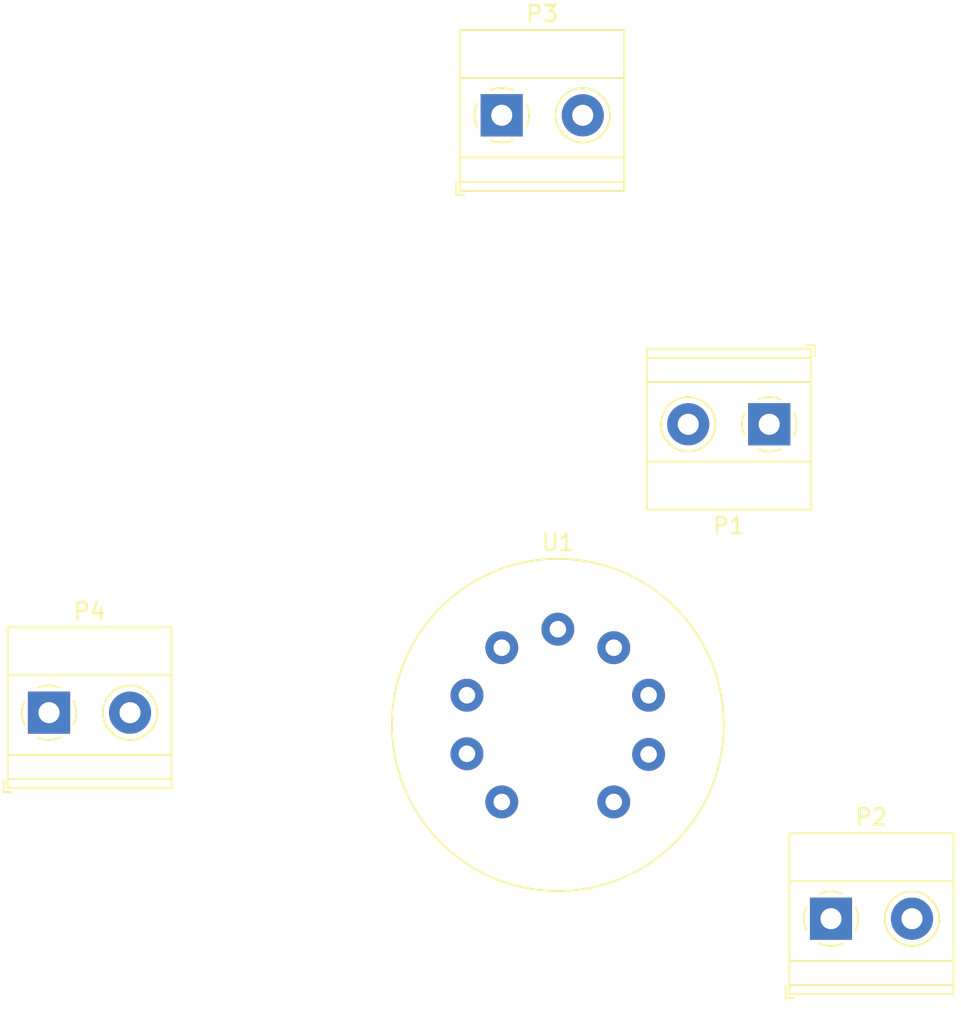
<source format=kicad_pcb>
(kicad_pcb (version 20171130) (host pcbnew 5.1.5-52549c5~84~ubuntu18.04.1)

  (general
    (thickness 1.6)
    (drawings 0)
    (tracks 0)
    (zones 0)
    (modules 5)
    (nets 7)
  )

  (page A4)
  (layers
    (0 F.Cu signal)
    (31 B.Cu signal)
    (32 B.Adhes user)
    (33 F.Adhes user)
    (34 B.Paste user)
    (35 F.Paste user)
    (36 B.SilkS user)
    (37 F.SilkS user)
    (38 B.Mask user)
    (39 F.Mask user)
    (40 Dwgs.User user)
    (41 Cmts.User user)
    (42 Eco1.User user)
    (43 Eco2.User user)
    (44 Edge.Cuts user)
    (45 Margin user)
    (46 B.CrtYd user)
    (47 F.CrtYd user)
    (48 B.Fab user)
    (49 F.Fab user)
  )

  (setup
    (last_trace_width 0.25)
    (trace_clearance 0.2)
    (zone_clearance 0.508)
    (zone_45_only no)
    (trace_min 0.2)
    (via_size 0.8)
    (via_drill 0.4)
    (via_min_size 0.4)
    (via_min_drill 0.3)
    (uvia_size 0.3)
    (uvia_drill 0.1)
    (uvias_allowed no)
    (uvia_min_size 0.2)
    (uvia_min_drill 0.1)
    (edge_width 0.381)
    (segment_width 0.381)
    (pcb_text_width 0.3048)
    (pcb_text_size 1.524 2.032)
    (mod_edge_width 0.381)
    (mod_text_size 1.524 1.524)
    (mod_text_width 0.3048)
    (pad_size 1.524 1.524)
    (pad_drill 0.762)
    (pad_to_mask_clearance 0.1)
    (aux_axis_origin 0 0)
    (visible_elements FFFFFF7F)
    (pcbplotparams
      (layerselection 0x010fc_ffffffff)
      (usegerberextensions false)
      (usegerberattributes false)
      (usegerberadvancedattributes false)
      (creategerberjobfile false)
      (excludeedgelayer true)
      (linewidth 0.100000)
      (plotframeref false)
      (viasonmask false)
      (mode 1)
      (useauxorigin false)
      (hpglpennumber 1)
      (hpglpenspeed 20)
      (hpglpendiameter 15.000000)
      (psnegative false)
      (psa4output false)
      (plotreference true)
      (plotvalue true)
      (plotinvisibletext false)
      (padsonsilk false)
      (subtractmaskfromsilk false)
      (outputformat 1)
      (mirror false)
      (drillshape 1)
      (scaleselection 1)
      (outputdirectory ""))
  )

  (net 0 "")
  (net 1 "Net-(P1-Pad2)")
  (net 2 GND)
  (net 3 "Net-(C1-Pad1)")
  (net 4 "Net-(P4-Pad2)")
  (net 5 "Net-(P4-Pad1)")
  (net 6 "Net-(R1-Pad1)")

  (net_class Default "This is the default net class."
    (clearance 0.2)
    (trace_width 0.25)
    (via_dia 0.8)
    (via_drill 0.4)
    (uvia_dia 0.3)
    (uvia_drill 0.1)
    (add_net GND)
    (add_net "Net-(C1-Pad1)")
    (add_net "Net-(C2-Pad1)")
    (add_net "Net-(C2-Pad2)")
    (add_net "Net-(P1-Pad2)")
    (add_net "Net-(P4-Pad1)")
    (add_net "Net-(P4-Pad2)")
    (add_net "Net-(R1-Pad1)")
    (add_net "Net-(R2-Pad1)")
  )

  (module Valve:Valve_ECC-83-1 (layer F.Cu) (tedit 5A030096) (tstamp 5E34749C)
    (at 154.234067 128.694067)
    (descr "Valve ECC-83-1 round pins")
    (tags "Valve ECC-83-1 round pins")
    (path /48B4F266)
    (fp_text reference U1 (at -3.45 -16) (layer F.SilkS)
      (effects (font (size 1 1) (thickness 0.15)))
    )
    (fp_text value ECC83 (at -3.45 6.68) (layer F.Fab)
      (effects (font (size 1 1) (thickness 0.15)))
    )
    (fp_circle (center -3.45 -4.75) (end 6.71 -3.48) (layer F.SilkS) (width 0.12))
    (fp_circle (center -3.45 -4.75) (end -3.45 -14.75) (layer F.Fab) (width 0.1))
    (fp_circle (center -3.45 -4.75) (end -3.45 -15) (layer F.CrtYd) (width 0.05))
    (fp_text user %R (at -3.45 -4.75) (layer F.Fab)
      (effects (font (size 1 1) (thickness 0.15)))
    )
    (pad 9 thru_hole circle (at -6.91 0) (size 2.03 2.03) (drill 1.02) (layers *.Cu *.Mask)
      (net 5 "Net-(P4-Pad1)"))
    (pad 8 thru_hole circle (at -9.06 -2.97) (size 2.03 2.03) (drill 1.02) (layers *.Cu *.Mask))
    (pad 7 thru_hole circle (at -9.06 -6.58) (size 2.03 2.03) (drill 1.02) (layers *.Cu *.Mask)
      (net 6 "Net-(R1-Pad1)"))
    (pad 6 thru_hole circle (at -6.91 -9.51) (size 2.03 2.03) (drill 1.02) (layers *.Cu *.Mask)
      (net 3 "Net-(C1-Pad1)"))
    (pad 5 thru_hole circle (at -3.45 -10.65) (size 2.03 2.03) (drill 1.02) (layers *.Cu *.Mask)
      (net 4 "Net-(P4-Pad2)"))
    (pad 4 thru_hole circle (at 0 -9.51) (size 2.03 2.03) (drill 1.02) (layers *.Cu *.Mask)
      (net 4 "Net-(P4-Pad2)"))
    (pad 3 thru_hole circle (at 2.15 -6.58) (size 2.03 2.03) (drill 1.02) (layers *.Cu *.Mask))
    (pad 2 thru_hole circle (at 2.15 -2.93) (size 2.03 2.03) (drill 1.02) (layers *.Cu *.Mask)
      (net 1 "Net-(P1-Pad2)"))
    (pad 1 thru_hole circle (at 0 0) (size 2.03 2.03) (drill 1.02) (layers *.Cu *.Mask)
      (net 6 "Net-(R1-Pad1)"))
    (model ${KISYS3DMOD}/Valve.3dshapes/Valve_ECC-83-1.wrl
      (at (xyz 0 0 0))
      (scale (xyz 1 1 1))
      (rotate (xyz 0 0 0))
    )
  )

  (module TerminalBlock_Phoenix:TerminalBlock_Phoenix_MKDS-1,5-2_1x02_P5.00mm_Horizontal (layer F.Cu) (tedit 5B294EE5) (tstamp 5E34748B)
    (at 119.38 123.19)
    (descr "Terminal Block Phoenix MKDS-1,5-2, 2 pins, pitch 5mm, size 10x9.8mm^2, drill diamater 1.3mm, pad diameter 2.6mm, see http://www.farnell.com/datasheets/100425.pdf, script-generated using https://github.com/pointhi/kicad-footprint-generator/scripts/TerminalBlock_Phoenix")
    (tags "THT Terminal Block Phoenix MKDS-1,5-2 pitch 5mm size 10x9.8mm^2 drill 1.3mm pad 2.6mm")
    (path /456A8ACC)
    (fp_text reference P4 (at 2.5 -6.26) (layer F.SilkS)
      (effects (font (size 1 1) (thickness 0.15)))
    )
    (fp_text value CONN_2 (at 2.5 5.66) (layer F.Fab)
      (effects (font (size 1 1) (thickness 0.15)))
    )
    (fp_text user %R (at 2.5 3.2) (layer F.Fab)
      (effects (font (size 1 1) (thickness 0.15)))
    )
    (fp_line (start 8 -5.71) (end -3 -5.71) (layer F.CrtYd) (width 0.05))
    (fp_line (start 8 5.1) (end 8 -5.71) (layer F.CrtYd) (width 0.05))
    (fp_line (start -3 5.1) (end 8 5.1) (layer F.CrtYd) (width 0.05))
    (fp_line (start -3 -5.71) (end -3 5.1) (layer F.CrtYd) (width 0.05))
    (fp_line (start -2.8 4.9) (end -2.3 4.9) (layer F.SilkS) (width 0.12))
    (fp_line (start -2.8 4.16) (end -2.8 4.9) (layer F.SilkS) (width 0.12))
    (fp_line (start 3.773 1.023) (end 3.726 1.069) (layer F.SilkS) (width 0.12))
    (fp_line (start 6.07 -1.275) (end 6.035 -1.239) (layer F.SilkS) (width 0.12))
    (fp_line (start 3.966 1.239) (end 3.931 1.274) (layer F.SilkS) (width 0.12))
    (fp_line (start 6.275 -1.069) (end 6.228 -1.023) (layer F.SilkS) (width 0.12))
    (fp_line (start 5.955 -1.138) (end 3.863 0.955) (layer F.Fab) (width 0.1))
    (fp_line (start 6.138 -0.955) (end 4.046 1.138) (layer F.Fab) (width 0.1))
    (fp_line (start 0.955 -1.138) (end -1.138 0.955) (layer F.Fab) (width 0.1))
    (fp_line (start 1.138 -0.955) (end -0.955 1.138) (layer F.Fab) (width 0.1))
    (fp_line (start 7.56 -5.261) (end 7.56 4.66) (layer F.SilkS) (width 0.12))
    (fp_line (start -2.56 -5.261) (end -2.56 4.66) (layer F.SilkS) (width 0.12))
    (fp_line (start -2.56 4.66) (end 7.56 4.66) (layer F.SilkS) (width 0.12))
    (fp_line (start -2.56 -5.261) (end 7.56 -5.261) (layer F.SilkS) (width 0.12))
    (fp_line (start -2.56 -2.301) (end 7.56 -2.301) (layer F.SilkS) (width 0.12))
    (fp_line (start -2.5 -2.3) (end 7.5 -2.3) (layer F.Fab) (width 0.1))
    (fp_line (start -2.56 2.6) (end 7.56 2.6) (layer F.SilkS) (width 0.12))
    (fp_line (start -2.5 2.6) (end 7.5 2.6) (layer F.Fab) (width 0.1))
    (fp_line (start -2.56 4.1) (end 7.56 4.1) (layer F.SilkS) (width 0.12))
    (fp_line (start -2.5 4.1) (end 7.5 4.1) (layer F.Fab) (width 0.1))
    (fp_line (start -2.5 4.1) (end -2.5 -5.2) (layer F.Fab) (width 0.1))
    (fp_line (start -2 4.6) (end -2.5 4.1) (layer F.Fab) (width 0.1))
    (fp_line (start 7.5 4.6) (end -2 4.6) (layer F.Fab) (width 0.1))
    (fp_line (start 7.5 -5.2) (end 7.5 4.6) (layer F.Fab) (width 0.1))
    (fp_line (start -2.5 -5.2) (end 7.5 -5.2) (layer F.Fab) (width 0.1))
    (fp_circle (center 5 0) (end 6.68 0) (layer F.SilkS) (width 0.12))
    (fp_circle (center 5 0) (end 6.5 0) (layer F.Fab) (width 0.1))
    (fp_circle (center 0 0) (end 1.5 0) (layer F.Fab) (width 0.1))
    (fp_arc (start 0 0) (end -0.684 1.535) (angle -25) (layer F.SilkS) (width 0.12))
    (fp_arc (start 0 0) (end -1.535 -0.684) (angle -48) (layer F.SilkS) (width 0.12))
    (fp_arc (start 0 0) (end 0.684 -1.535) (angle -48) (layer F.SilkS) (width 0.12))
    (fp_arc (start 0 0) (end 1.535 0.684) (angle -48) (layer F.SilkS) (width 0.12))
    (fp_arc (start 0 0) (end 0 1.68) (angle -24) (layer F.SilkS) (width 0.12))
    (pad 2 thru_hole circle (at 5 0) (size 2.6 2.6) (drill 1.3) (layers *.Cu *.Mask)
      (net 4 "Net-(P4-Pad2)"))
    (pad 1 thru_hole rect (at 0 0) (size 2.6 2.6) (drill 1.3) (layers *.Cu *.Mask)
      (net 5 "Net-(P4-Pad1)"))
    (model ${KISYS3DMOD}/TerminalBlock_Phoenix.3dshapes/TerminalBlock_Phoenix_MKDS-1,5-2_1x02_P5.00mm_Horizontal.wrl
      (at (xyz 0 0 0))
      (scale (xyz 1 1 1))
      (rotate (xyz 0 0 0))
    )
  )

  (module TerminalBlock_Phoenix:TerminalBlock_Phoenix_MKDS-1,5-2_1x02_P5.00mm_Horizontal (layer F.Cu) (tedit 5B294EE5) (tstamp 5E34745F)
    (at 147.32 86.36)
    (descr "Terminal Block Phoenix MKDS-1,5-2, 2 pins, pitch 5mm, size 10x9.8mm^2, drill diamater 1.3mm, pad diameter 2.6mm, see http://www.farnell.com/datasheets/100425.pdf, script-generated using https://github.com/pointhi/kicad-footprint-generator/scripts/TerminalBlock_Phoenix")
    (tags "THT Terminal Block Phoenix MKDS-1,5-2 pitch 5mm size 10x9.8mm^2 drill 1.3mm pad 2.6mm")
    (path /4549F4A5)
    (fp_text reference P3 (at 2.5 -6.26) (layer F.SilkS)
      (effects (font (size 1 1) (thickness 0.15)))
    )
    (fp_text value POWER (at 2.5 5.66) (layer F.Fab)
      (effects (font (size 1 1) (thickness 0.15)))
    )
    (fp_text user %R (at 2.5 3.2) (layer F.Fab)
      (effects (font (size 1 1) (thickness 0.15)))
    )
    (fp_line (start 8 -5.71) (end -3 -5.71) (layer F.CrtYd) (width 0.05))
    (fp_line (start 8 5.1) (end 8 -5.71) (layer F.CrtYd) (width 0.05))
    (fp_line (start -3 5.1) (end 8 5.1) (layer F.CrtYd) (width 0.05))
    (fp_line (start -3 -5.71) (end -3 5.1) (layer F.CrtYd) (width 0.05))
    (fp_line (start -2.8 4.9) (end -2.3 4.9) (layer F.SilkS) (width 0.12))
    (fp_line (start -2.8 4.16) (end -2.8 4.9) (layer F.SilkS) (width 0.12))
    (fp_line (start 3.773 1.023) (end 3.726 1.069) (layer F.SilkS) (width 0.12))
    (fp_line (start 6.07 -1.275) (end 6.035 -1.239) (layer F.SilkS) (width 0.12))
    (fp_line (start 3.966 1.239) (end 3.931 1.274) (layer F.SilkS) (width 0.12))
    (fp_line (start 6.275 -1.069) (end 6.228 -1.023) (layer F.SilkS) (width 0.12))
    (fp_line (start 5.955 -1.138) (end 3.863 0.955) (layer F.Fab) (width 0.1))
    (fp_line (start 6.138 -0.955) (end 4.046 1.138) (layer F.Fab) (width 0.1))
    (fp_line (start 0.955 -1.138) (end -1.138 0.955) (layer F.Fab) (width 0.1))
    (fp_line (start 1.138 -0.955) (end -0.955 1.138) (layer F.Fab) (width 0.1))
    (fp_line (start 7.56 -5.261) (end 7.56 4.66) (layer F.SilkS) (width 0.12))
    (fp_line (start -2.56 -5.261) (end -2.56 4.66) (layer F.SilkS) (width 0.12))
    (fp_line (start -2.56 4.66) (end 7.56 4.66) (layer F.SilkS) (width 0.12))
    (fp_line (start -2.56 -5.261) (end 7.56 -5.261) (layer F.SilkS) (width 0.12))
    (fp_line (start -2.56 -2.301) (end 7.56 -2.301) (layer F.SilkS) (width 0.12))
    (fp_line (start -2.5 -2.3) (end 7.5 -2.3) (layer F.Fab) (width 0.1))
    (fp_line (start -2.56 2.6) (end 7.56 2.6) (layer F.SilkS) (width 0.12))
    (fp_line (start -2.5 2.6) (end 7.5 2.6) (layer F.Fab) (width 0.1))
    (fp_line (start -2.56 4.1) (end 7.56 4.1) (layer F.SilkS) (width 0.12))
    (fp_line (start -2.5 4.1) (end 7.5 4.1) (layer F.Fab) (width 0.1))
    (fp_line (start -2.5 4.1) (end -2.5 -5.2) (layer F.Fab) (width 0.1))
    (fp_line (start -2 4.6) (end -2.5 4.1) (layer F.Fab) (width 0.1))
    (fp_line (start 7.5 4.6) (end -2 4.6) (layer F.Fab) (width 0.1))
    (fp_line (start 7.5 -5.2) (end 7.5 4.6) (layer F.Fab) (width 0.1))
    (fp_line (start -2.5 -5.2) (end 7.5 -5.2) (layer F.Fab) (width 0.1))
    (fp_circle (center 5 0) (end 6.68 0) (layer F.SilkS) (width 0.12))
    (fp_circle (center 5 0) (end 6.5 0) (layer F.Fab) (width 0.1))
    (fp_circle (center 0 0) (end 1.5 0) (layer F.Fab) (width 0.1))
    (fp_arc (start 0 0) (end -0.684 1.535) (angle -25) (layer F.SilkS) (width 0.12))
    (fp_arc (start 0 0) (end -1.535 -0.684) (angle -48) (layer F.SilkS) (width 0.12))
    (fp_arc (start 0 0) (end 0.684 -1.535) (angle -48) (layer F.SilkS) (width 0.12))
    (fp_arc (start 0 0) (end 1.535 0.684) (angle -48) (layer F.SilkS) (width 0.12))
    (fp_arc (start 0 0) (end 0 1.68) (angle -24) (layer F.SilkS) (width 0.12))
    (pad 2 thru_hole circle (at 5 0) (size 2.6 2.6) (drill 1.3) (layers *.Cu *.Mask)
      (net 2 GND))
    (pad 1 thru_hole rect (at 0 0) (size 2.6 2.6) (drill 1.3) (layers *.Cu *.Mask)
      (net 3 "Net-(C1-Pad1)"))
    (model ${KISYS3DMOD}/TerminalBlock_Phoenix.3dshapes/TerminalBlock_Phoenix_MKDS-1,5-2_1x02_P5.00mm_Horizontal.wrl
      (at (xyz 0 0 0))
      (scale (xyz 1 1 1))
      (rotate (xyz 0 0 0))
    )
  )

  (module TerminalBlock_Phoenix:TerminalBlock_Phoenix_MKDS-1,5-2_1x02_P5.00mm_Horizontal (layer F.Cu) (tedit 5B294EE5) (tstamp 5E347433)
    (at 167.64 135.89)
    (descr "Terminal Block Phoenix MKDS-1,5-2, 2 pins, pitch 5mm, size 10x9.8mm^2, drill diamater 1.3mm, pad diameter 2.6mm, see http://www.farnell.com/datasheets/100425.pdf, script-generated using https://github.com/pointhi/kicad-footprint-generator/scripts/TerminalBlock_Phoenix")
    (tags "THT Terminal Block Phoenix MKDS-1,5-2 pitch 5mm size 10x9.8mm^2 drill 1.3mm pad 2.6mm")
    (path /4549F46C)
    (fp_text reference P2 (at 2.5 -6.26) (layer F.SilkS)
      (effects (font (size 1 1) (thickness 0.15)))
    )
    (fp_text value OUT (at 2.5 5.66) (layer F.Fab)
      (effects (font (size 1 1) (thickness 0.15)))
    )
    (fp_text user %R (at 2.5 3.2) (layer F.Fab)
      (effects (font (size 1 1) (thickness 0.15)))
    )
    (fp_line (start 8 -5.71) (end -3 -5.71) (layer F.CrtYd) (width 0.05))
    (fp_line (start 8 5.1) (end 8 -5.71) (layer F.CrtYd) (width 0.05))
    (fp_line (start -3 5.1) (end 8 5.1) (layer F.CrtYd) (width 0.05))
    (fp_line (start -3 -5.71) (end -3 5.1) (layer F.CrtYd) (width 0.05))
    (fp_line (start -2.8 4.9) (end -2.3 4.9) (layer F.SilkS) (width 0.12))
    (fp_line (start -2.8 4.16) (end -2.8 4.9) (layer F.SilkS) (width 0.12))
    (fp_line (start 3.773 1.023) (end 3.726 1.069) (layer F.SilkS) (width 0.12))
    (fp_line (start 6.07 -1.275) (end 6.035 -1.239) (layer F.SilkS) (width 0.12))
    (fp_line (start 3.966 1.239) (end 3.931 1.274) (layer F.SilkS) (width 0.12))
    (fp_line (start 6.275 -1.069) (end 6.228 -1.023) (layer F.SilkS) (width 0.12))
    (fp_line (start 5.955 -1.138) (end 3.863 0.955) (layer F.Fab) (width 0.1))
    (fp_line (start 6.138 -0.955) (end 4.046 1.138) (layer F.Fab) (width 0.1))
    (fp_line (start 0.955 -1.138) (end -1.138 0.955) (layer F.Fab) (width 0.1))
    (fp_line (start 1.138 -0.955) (end -0.955 1.138) (layer F.Fab) (width 0.1))
    (fp_line (start 7.56 -5.261) (end 7.56 4.66) (layer F.SilkS) (width 0.12))
    (fp_line (start -2.56 -5.261) (end -2.56 4.66) (layer F.SilkS) (width 0.12))
    (fp_line (start -2.56 4.66) (end 7.56 4.66) (layer F.SilkS) (width 0.12))
    (fp_line (start -2.56 -5.261) (end 7.56 -5.261) (layer F.SilkS) (width 0.12))
    (fp_line (start -2.56 -2.301) (end 7.56 -2.301) (layer F.SilkS) (width 0.12))
    (fp_line (start -2.5 -2.3) (end 7.5 -2.3) (layer F.Fab) (width 0.1))
    (fp_line (start -2.56 2.6) (end 7.56 2.6) (layer F.SilkS) (width 0.12))
    (fp_line (start -2.5 2.6) (end 7.5 2.6) (layer F.Fab) (width 0.1))
    (fp_line (start -2.56 4.1) (end 7.56 4.1) (layer F.SilkS) (width 0.12))
    (fp_line (start -2.5 4.1) (end 7.5 4.1) (layer F.Fab) (width 0.1))
    (fp_line (start -2.5 4.1) (end -2.5 -5.2) (layer F.Fab) (width 0.1))
    (fp_line (start -2 4.6) (end -2.5 4.1) (layer F.Fab) (width 0.1))
    (fp_line (start 7.5 4.6) (end -2 4.6) (layer F.Fab) (width 0.1))
    (fp_line (start 7.5 -5.2) (end 7.5 4.6) (layer F.Fab) (width 0.1))
    (fp_line (start -2.5 -5.2) (end 7.5 -5.2) (layer F.Fab) (width 0.1))
    (fp_circle (center 5 0) (end 6.68 0) (layer F.SilkS) (width 0.12))
    (fp_circle (center 5 0) (end 6.5 0) (layer F.Fab) (width 0.1))
    (fp_circle (center 0 0) (end 1.5 0) (layer F.Fab) (width 0.1))
    (fp_arc (start 0 0) (end -0.684 1.535) (angle -25) (layer F.SilkS) (width 0.12))
    (fp_arc (start 0 0) (end -1.535 -0.684) (angle -48) (layer F.SilkS) (width 0.12))
    (fp_arc (start 0 0) (end 0.684 -1.535) (angle -48) (layer F.SilkS) (width 0.12))
    (fp_arc (start 0 0) (end 1.535 0.684) (angle -48) (layer F.SilkS) (width 0.12))
    (fp_arc (start 0 0) (end 0 1.68) (angle -24) (layer F.SilkS) (width 0.12))
    (pad 2 thru_hole circle (at 5 0) (size 2.6 2.6) (drill 1.3) (layers *.Cu *.Mask)
      (net 2 GND))
    (pad 1 thru_hole rect (at 0 0) (size 2.6 2.6) (drill 1.3) (layers *.Cu *.Mask))
    (model ${KISYS3DMOD}/TerminalBlock_Phoenix.3dshapes/TerminalBlock_Phoenix_MKDS-1,5-2_1x02_P5.00mm_Horizontal.wrl
      (at (xyz 0 0 0))
      (scale (xyz 1 1 1))
      (rotate (xyz 0 0 0))
    )
  )

  (module TerminalBlock_Phoenix:TerminalBlock_Phoenix_MKDS-1,5-2_1x02_P5.00mm_Horizontal (layer F.Cu) (tedit 5B294EE5) (tstamp 5E347407)
    (at 163.83 105.41 180)
    (descr "Terminal Block Phoenix MKDS-1,5-2, 2 pins, pitch 5mm, size 10x9.8mm^2, drill diamater 1.3mm, pad diameter 2.6mm, see http://www.farnell.com/datasheets/100425.pdf, script-generated using https://github.com/pointhi/kicad-footprint-generator/scripts/TerminalBlock_Phoenix")
    (tags "THT Terminal Block Phoenix MKDS-1,5-2 pitch 5mm size 10x9.8mm^2 drill 1.3mm pad 2.6mm")
    (path /4549F464)
    (fp_text reference P1 (at 2.5 -6.26) (layer F.SilkS)
      (effects (font (size 1 1) (thickness 0.15)))
    )
    (fp_text value IN (at 2.5 5.66) (layer F.Fab)
      (effects (font (size 1 1) (thickness 0.15)))
    )
    (fp_text user %R (at 2.5 3.2) (layer F.Fab)
      (effects (font (size 1 1) (thickness 0.15)))
    )
    (fp_line (start 8 -5.71) (end -3 -5.71) (layer F.CrtYd) (width 0.05))
    (fp_line (start 8 5.1) (end 8 -5.71) (layer F.CrtYd) (width 0.05))
    (fp_line (start -3 5.1) (end 8 5.1) (layer F.CrtYd) (width 0.05))
    (fp_line (start -3 -5.71) (end -3 5.1) (layer F.CrtYd) (width 0.05))
    (fp_line (start -2.8 4.9) (end -2.3 4.9) (layer F.SilkS) (width 0.12))
    (fp_line (start -2.8 4.16) (end -2.8 4.9) (layer F.SilkS) (width 0.12))
    (fp_line (start 3.773 1.023) (end 3.726 1.069) (layer F.SilkS) (width 0.12))
    (fp_line (start 6.07 -1.275) (end 6.035 -1.239) (layer F.SilkS) (width 0.12))
    (fp_line (start 3.966 1.239) (end 3.931 1.274) (layer F.SilkS) (width 0.12))
    (fp_line (start 6.275 -1.069) (end 6.228 -1.023) (layer F.SilkS) (width 0.12))
    (fp_line (start 5.955 -1.138) (end 3.863 0.955) (layer F.Fab) (width 0.1))
    (fp_line (start 6.138 -0.955) (end 4.046 1.138) (layer F.Fab) (width 0.1))
    (fp_line (start 0.955 -1.138) (end -1.138 0.955) (layer F.Fab) (width 0.1))
    (fp_line (start 1.138 -0.955) (end -0.955 1.138) (layer F.Fab) (width 0.1))
    (fp_line (start 7.56 -5.261) (end 7.56 4.66) (layer F.SilkS) (width 0.12))
    (fp_line (start -2.56 -5.261) (end -2.56 4.66) (layer F.SilkS) (width 0.12))
    (fp_line (start -2.56 4.66) (end 7.56 4.66) (layer F.SilkS) (width 0.12))
    (fp_line (start -2.56 -5.261) (end 7.56 -5.261) (layer F.SilkS) (width 0.12))
    (fp_line (start -2.56 -2.301) (end 7.56 -2.301) (layer F.SilkS) (width 0.12))
    (fp_line (start -2.5 -2.3) (end 7.5 -2.3) (layer F.Fab) (width 0.1))
    (fp_line (start -2.56 2.6) (end 7.56 2.6) (layer F.SilkS) (width 0.12))
    (fp_line (start -2.5 2.6) (end 7.5 2.6) (layer F.Fab) (width 0.1))
    (fp_line (start -2.56 4.1) (end 7.56 4.1) (layer F.SilkS) (width 0.12))
    (fp_line (start -2.5 4.1) (end 7.5 4.1) (layer F.Fab) (width 0.1))
    (fp_line (start -2.5 4.1) (end -2.5 -5.2) (layer F.Fab) (width 0.1))
    (fp_line (start -2 4.6) (end -2.5 4.1) (layer F.Fab) (width 0.1))
    (fp_line (start 7.5 4.6) (end -2 4.6) (layer F.Fab) (width 0.1))
    (fp_line (start 7.5 -5.2) (end 7.5 4.6) (layer F.Fab) (width 0.1))
    (fp_line (start -2.5 -5.2) (end 7.5 -5.2) (layer F.Fab) (width 0.1))
    (fp_circle (center 5 0) (end 6.68 0) (layer F.SilkS) (width 0.12))
    (fp_circle (center 5 0) (end 6.5 0) (layer F.Fab) (width 0.1))
    (fp_circle (center 0 0) (end 1.5 0) (layer F.Fab) (width 0.1))
    (fp_arc (start 0 0) (end -0.684 1.535) (angle -25) (layer F.SilkS) (width 0.12))
    (fp_arc (start 0 0) (end -1.535 -0.684) (angle -48) (layer F.SilkS) (width 0.12))
    (fp_arc (start 0 0) (end 0.684 -1.535) (angle -48) (layer F.SilkS) (width 0.12))
    (fp_arc (start 0 0) (end 1.535 0.684) (angle -48) (layer F.SilkS) (width 0.12))
    (fp_arc (start 0 0) (end 0 1.68) (angle -24) (layer F.SilkS) (width 0.12))
    (pad 2 thru_hole circle (at 5 0 180) (size 2.6 2.6) (drill 1.3) (layers *.Cu *.Mask)
      (net 1 "Net-(P1-Pad2)"))
    (pad 1 thru_hole rect (at 0 0 180) (size 2.6 2.6) (drill 1.3) (layers *.Cu *.Mask)
      (net 2 GND))
    (model ${KISYS3DMOD}/TerminalBlock_Phoenix.3dshapes/TerminalBlock_Phoenix_MKDS-1,5-2_1x02_P5.00mm_Horizontal.wrl
      (at (xyz 0 0 0))
      (scale (xyz 1 1 1))
      (rotate (xyz 0 0 0))
    )
  )

)

</source>
